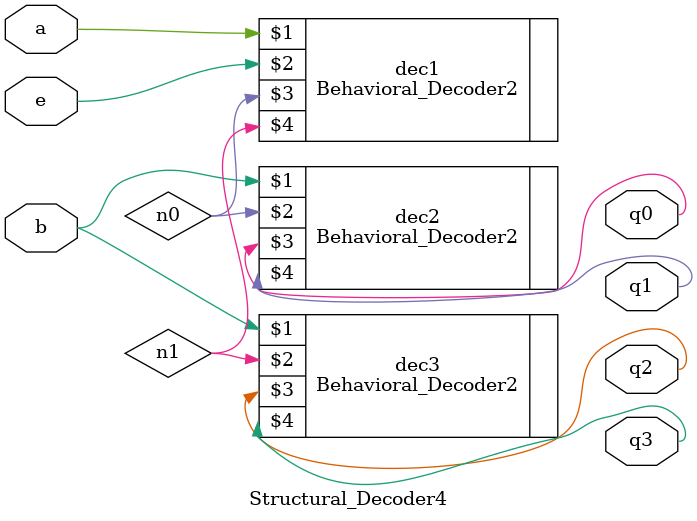
<source format=sv>
`timescale 1ns / 1ps


module Structural_Decoder4(
    input logic a,b,e,
    output logic q0,q1,q2,q3
    );
    
    logic n0, n1;
    
    Behavioral_Decoder2 dec1(a,e,n0,n1);
    Behavioral_Decoder2 dec2(b,n0,q0,q1);
    Behavioral_Decoder2 dec3(b,n1,q2,q3);
    
endmodule

</source>
